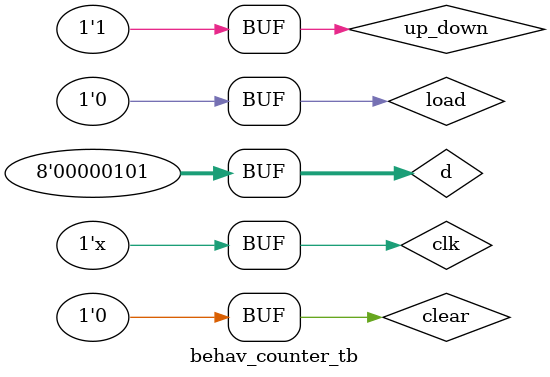
<source format=v>
module behav_counter_tb();

reg [7:0] d;
reg clk;
reg clear;
reg load;
reg up_down;
wire [7:0] qd;

behav_counter dut (.d(d),.clk(clk),.clear(clear),.load(load),.up_down(up_down),.qd(qd));

initial begin
    #10; // initial delay
    d = 5; // set initial value for 'd'
    load = 1; // load initial value
    up_down = 0; // default direction is down
    clear = 0; // default clear state
    clk = 0; // reset clock
    #20; // wait for 2 clock cycles
    load = 0; // stop loading
    #10; // wait for 1 clock cycle
    up_down = 1; // change direction to up
    #50; // wait for 5 clock cycles
    clear = 1; // clear counter
    #10; // wait for 1 clock cycle
    clear = 0; // restore clear state
    #100; // wait for 10 clock cycles
    $monitor($time, "cnt: %b", qd);
end

always #10 clk = ~clk; // toggle clock

endmodule
</source>
